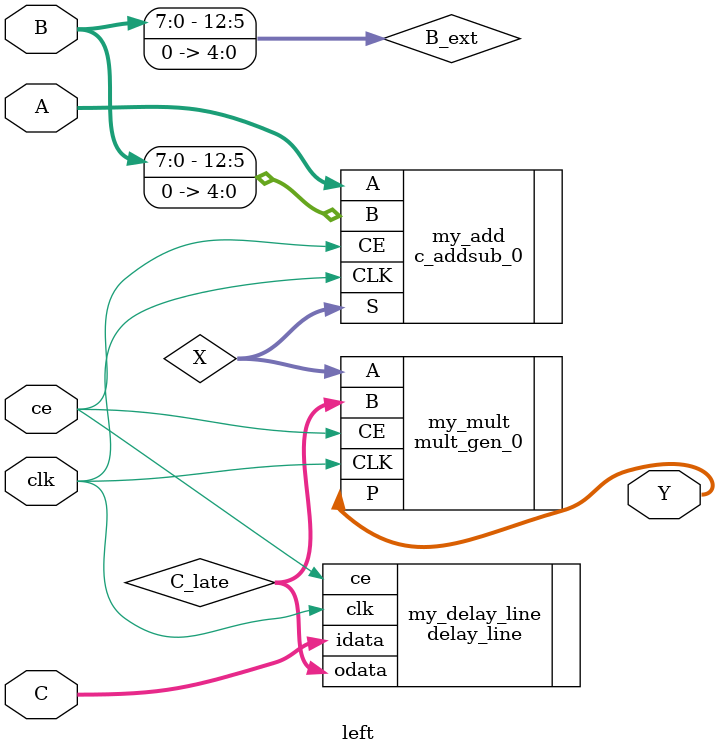
<source format=v>
`timescale 1ns / 1ps


module left 
(
    input clk,
    input ce,
    input [17:0] A,
    input [7:0] B,
    input [11:0] C,
    output [30:0] Y
);
wire signed [18:0] X;
wire signed [11:0] C_late;
wire signed [7+5:0] B_ext;
assign B_ext = {B, 5'b0};

//latency 2
c_addsub_0 my_add
(
    .A(A),
    .B(B_ext),
    .CLK(clk),
    .CE(ce),
    .S(X)
);

delay_line #
(
    .DELAY(3),
    .N(12)
) my_delay_line
(
    .clk(clk),
    .ce(ce),
    .idata(C),
    .odata(C_late)
);

//latency 3
mult_gen_0  my_mult
(
    .CLK(clk),
    .A(X),
    .B(C_late),
    .CE(ce),
    .P(Y)
);
endmodule

</source>
